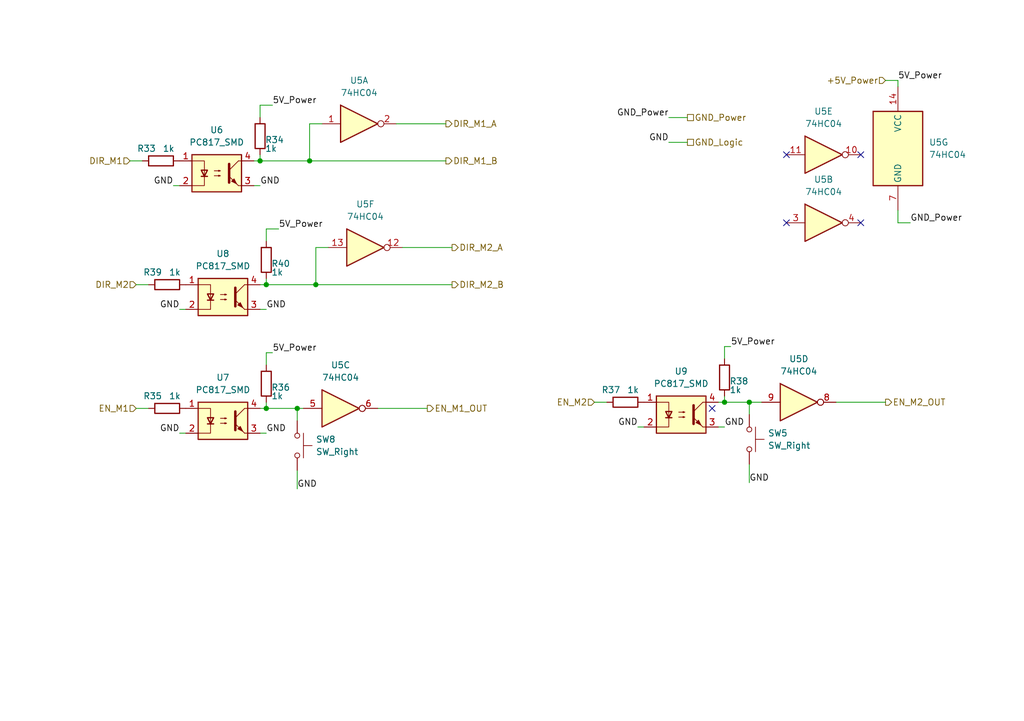
<source format=kicad_sch>
(kicad_sch (version 20231120) (generator "eeschema") (generator_version "8.0")
  (paper "A5")
  (title_block (title "RTC") (date "2024-08-29") (rev "1.0") (company "Designed by CREPP-NLG"))
  (lib_symbols
    (symbol "74xx:74HC04"
      (property "Reference" "U" (at 0 1.27 0))
      (property "Value" "74HC04" (at 0 -1.27 0))
      (symbol "74HC04_1_0"
        (polyline (pts (xy -3.81 3.81) (xy -3.81 -3.81) (xy 3.81 0) (xy -3.81 3.81)) (stroke (width 0.254)) (fill (type background)))
        (pin input line (at -7.62 0 0) (length 3.81) (name "~") (number "1"))
        (pin output inverted (at 7.62 0 180) (length 3.81) (name "~") (number "2"))
      )
      (symbol "74HC04_2_0"
        (polyline (pts (xy -3.81 3.81) (xy -3.81 -3.81) (xy 3.81 0) (xy -3.81 3.81)) (stroke (width 0.254)) (fill (type background)))
        (pin input line (at -7.62 0 0) (length 3.81) (name "~") (number "3"))
        (pin output inverted (at 7.62 0 180) (length 3.81) (name "~") (number "4"))
      )
      (symbol "74HC04_3_0"
        (polyline (pts (xy -3.81 3.81) (xy -3.81 -3.81) (xy 3.81 0) (xy -3.81 3.81)) (stroke (width 0.254)) (fill (type background)))
        (pin input line (at -7.62 0 0) (length 3.81) (name "~") (number "5"))
        (pin output inverted (at 7.62 0 180) (length 3.81) (name "~") (number "6"))
      )
      (symbol "74HC04_4_0"
        (polyline (pts (xy -3.81 3.81) (xy -3.81 -3.81) (xy 3.81 0) (xy -3.81 3.81)) (stroke (width 0.254)) (fill (type background)))
        (pin output inverted (at 7.62 0 180) (length 3.81) (name "~") (number "8"))
        (pin input line (at -7.62 0 0) (length 3.81) (name "~") (number "9"))
      )
      (symbol "74HC04_5_0"
        (polyline (pts (xy -3.81 3.81) (xy -3.81 -3.81) (xy 3.81 0) (xy -3.81 3.81)) (stroke (width 0.254)) (fill (type background)))
        (pin output inverted (at 7.62 0 180) (length 3.81) (name "~") (number "10"))
        (pin input line (at -7.62 0 0) (length 3.81) (name "~") (number "11"))
      )
      (symbol "74HC04_6_0"
        (polyline (pts (xy -3.81 3.81) (xy -3.81 -3.81) (xy 3.81 0) (xy -3.81 3.81)) (stroke (width 0.254)) (fill (type background)))
        (pin output inverted (at 7.62 0 180) (length 3.81) (name "~") (number "12"))
        (pin input line (at -7.62 0 0) (length 3.81) (name "~") (number "13"))
      )
      (symbol "74HC04_7_0"
        (pin power_in line (at 0 12.7 270) (length 5.08) (name "VCC") (number "14"))
        (pin power_in line (at 0 -12.7 90) (length 5.08) (name "GND") (number "7"))
      )
      (symbol "74HC04_7_1"
        (rectangle (start -5.08 7.62) (end 5.08 -7.62) (stroke (width 0.254)) (fill (type background)))
      )
    )
    (symbol "CREPP_Optocoupler:PC817_SMD" (pin_names (offset 1.016))
      (property "Reference" "U" (at -5.08 5.08 0))
      (property "Value" "PC817_SMD" (at 0 5.08 0))
      (symbol "PC817_SMD_0_1"
        (rectangle (start -5.08 3.81) (end 5.08 -3.81) (stroke (width 0.254)) (fill (type background)))
        (polyline (pts (xy -3.175 -0.635) (xy -1.905 -0.635)) (stroke (width 0.254)))
        (polyline (pts (xy 2.54 0.635) (xy 4.445 2.54)))
        (polyline (pts (xy 4.445 -2.54) (xy 2.54 -0.635)) (fill (type outline)))
        (polyline (pts (xy 4.445 -2.54) (xy 5.08 -2.54)))
        (polyline (pts (xy 4.445 2.54) (xy 5.08 2.54)))
        (polyline (pts (xy -5.08 2.54) (xy -2.54 2.54) (xy -2.54 -0.635)))
        (polyline (pts (xy -2.54 -0.635) (xy -2.54 -2.54) (xy -5.08 -2.54)))
        (polyline (pts (xy 2.54 1.905) (xy 2.54 -1.905) (xy 2.54 -1.905)) (stroke (width 0.508)))
        (polyline (pts (xy -2.54 -0.635) (xy -3.175 0.635) (xy -1.905 0.635) (xy -2.54 -0.635)) (stroke (width 0.254)))
        (polyline (pts (xy -0.508 -0.508) (xy 0.762 -0.508) (xy 0.381 -0.635) (xy 0.381 -0.381) (xy 0.762 -0.508)))
        (polyline (pts (xy -0.508 0.508) (xy 0.762 0.508) (xy 0.381 0.381) (xy 0.381 0.635) (xy 0.762 0.508)))
        (polyline (pts (xy 3.048 -1.651) (xy 3.556 -1.143) (xy 4.064 -2.159) (xy 3.048 -1.651) (xy 3.048 -1.651)) (fill (type outline)))
      )
      (symbol "PC817_SMD_1_1"
        (pin passive line (at -7.62 2.54 0) (length 2.54) (name "~") (number "1"))
        (pin passive line (at -7.62 -2.54 0) (length 2.54) (name "~") (number "2"))
        (pin passive line (at 7.62 -2.54 180) (length 2.54) (name "~") (number "3"))
        (pin passive line (at 7.62 2.54 180) (length 2.54) (name "~") (number "4"))
      )
    )
    (symbol "Device:R" (pin_numbers hide) (pin_names (offset 0))
      (property "Reference" "R" (at 2.032 0 90))
      (property "Value" "R" (at 0 0 90))
      (symbol "R_0_1"
        (rectangle (start -1.016 -2.54) (end 1.016 2.54) (stroke (width 0.254)))
      )
      (symbol "R_1_1"
        (pin passive line (at 0 3.81 270) (length 1.27) (name "~") (number "1"))
        (pin passive line (at 0 -3.81 90) (length 1.27) (name "~") (number "2"))
      )
    )
    (symbol "Switch:SW_Push" (pin_numbers hide) (pin_names (offset 1.016) hide)
      (property "Reference" "SW" (at 1.27 2.54 0))
      (property "Value" "SW_Push" (at 0 -1.524 0))
      (symbol "SW_Push_0_1"
        (circle (center -2.032 0) (radius 0.508))
        (polyline (pts (xy 0 1.27) (xy 0 3.048)))
        (polyline (pts (xy 2.54 1.27) (xy -2.54 1.27)))
        (circle (center 2.032 0) (radius 0.508))
        (pin passive line (at -5.08 0 0) (length 2.54) (name "1") (number "1"))
        (pin passive line (at 5.08 0 180) (length 2.54) (name "2") (number "2"))
      )
    )
  )
  (junction (at 53.34 33.02))
  (junction (at 54.61 58.42))
  (junction (at 64.77 58.42))
  (junction (at 54.61 83.82))
  (junction (at 63.5 33.02))
  (junction (at 148.59 82.55))
  (junction (at 153.67 82.55))
  (junction (at 60.96 83.82))
  (no_connect (at 146.05 83.82))
  (no_connect (at 176.53 45.72))
  (no_connect (at 161.29 31.75))
  (no_connect (at 161.29 45.72))
  (no_connect (at 176.53 31.75))
  (wire (pts (xy 53.34 21.59) (xy 53.34 24.13)))
  (wire (pts (xy 148.59 81.28) (xy 148.59 82.55)))
  (wire (pts (xy 60.96 83.82) (xy 62.23 83.82)))
  (wire (pts (xy 64.77 50.8) (xy 64.77 58.42)))
  (wire (pts (xy 184.15 43.18) (xy 184.15 45.72)))
  (wire (pts (xy 54.61 72.39) (xy 54.61 74.93)))
  (wire (pts (xy 147.32 87.63) (xy 148.59 87.63)))
  (wire (pts (xy 27.94 58.42) (xy 30.48 58.42)))
  (wire (pts (xy 54.61 57.15) (xy 54.61 58.42)))
  (wire (pts (xy 148.59 82.55) (xy 153.67 82.55)))
  (wire (pts (xy 53.34 33.02) (xy 63.5 33.02)))
  (wire (pts (xy 53.34 33.02) (xy 52.07 33.02)))
  (wire (pts (xy 26.67 33.02) (xy 29.21 33.02)))
  (wire (pts (xy 148.59 71.12) (xy 148.59 73.66)))
  (wire (pts (xy 27.94 83.82) (xy 30.48 83.82)))
  (wire (pts (xy 54.61 83.82) (xy 60.96 83.82)))
  (wire (pts (xy 63.5 33.02) (xy 91.44 33.02)))
  (wire (pts (xy 82.55 50.8) (xy 92.71 50.8)))
  (wire (pts (xy 130.81 87.63) (xy 132.08 87.63)))
  (wire (pts (xy 181.61 16.51) (xy 184.15 16.51)))
  (wire (pts (xy 148.59 82.55) (xy 147.32 82.55)))
  (wire (pts (xy 57.15 46.99) (xy 54.61 46.99)))
  (wire (pts (xy 36.83 63.5) (xy 38.1 63.5)))
  (wire (pts (xy 54.61 46.99) (xy 54.61 49.53)))
  (wire (pts (xy 64.77 58.42) (xy 92.71 58.42)))
  (wire (pts (xy 153.67 82.55) (xy 156.21 82.55)))
  (wire (pts (xy 184.15 45.72) (xy 186.69 45.72)))
  (wire (pts (xy 67.31 50.8) (xy 64.77 50.8)))
  (wire (pts (xy 35.56 38.1) (xy 36.83 38.1)))
  (wire (pts (xy 54.61 72.39) (xy 55.88 72.39)))
  (wire (pts (xy 81.28 25.4) (xy 91.44 25.4)))
  (wire (pts (xy 55.88 21.59) (xy 53.34 21.59)))
  (wire (pts (xy 148.59 71.12) (xy 149.86 71.12)))
  (wire (pts (xy 77.47 83.82) (xy 87.63 83.82)))
  (wire (pts (xy 53.34 88.9) (xy 54.61 88.9)))
  (wire (pts (xy 153.67 95.25) (xy 153.67 99.06)))
  (wire (pts (xy 53.34 31.75) (xy 53.34 33.02)))
  (wire (pts (xy 171.45 82.55) (xy 181.61 82.55)))
  (wire (pts (xy 121.92 82.55) (xy 124.46 82.55)))
  (wire (pts (xy 184.15 16.51) (xy 184.15 17.78)))
  (wire (pts (xy 54.61 83.82) (xy 53.34 83.82)))
  (wire (pts (xy 137.16 29.21) (xy 140.97 29.21)))
  (wire (pts (xy 36.83 88.9) (xy 38.1 88.9)))
  (wire (pts (xy 54.61 82.55) (xy 54.61 83.82)))
  (wire (pts (xy 60.96 96.52) (xy 60.96 100.33)))
  (wire (pts (xy 54.61 58.42) (xy 64.77 58.42)))
  (wire (pts (xy 53.34 63.5) (xy 54.61 63.5)))
  (wire (pts (xy 66.04 25.4) (xy 63.5 25.4)))
  (wire (pts (xy 54.61 58.42) (xy 53.34 58.42)))
  (wire (pts (xy 153.67 82.55) (xy 153.67 85.09)))
  (wire (pts (xy 137.16 24.13) (xy 140.97 24.13)))
  (wire (pts (xy 60.96 83.82) (xy 60.96 86.36)))
  (wire (pts (xy 52.07 38.1) (xy 53.34 38.1)))
  (wire (pts (xy 63.5 25.4) (xy 63.5 33.02)))
  (label "GND" (at 130.81 87.63 180))
  (label "GND" (at 54.61 88.9 0))
  (label "5V_Power" (at 55.88 72.39 0))
  (label "5V_Power" (at 55.88 21.59 0))
  (label "5V_Power" (at 149.86 71.12 0))
  (label "5V_Power" (at 184.15 16.51 0))
  (label "GND" (at 60.96 100.33 0))
  (label "GND_Power" (at 186.69 45.72 0))
  (label "GND_Power" (at 137.16 24.13 180))
  (label "GND" (at 137.16 29.21 180))
  (label "GND" (at 35.56 38.1 180))
  (label "GND" (at 54.61 63.5 0))
  (label "5V_Power" (at 57.15 46.99 0))
  (label "GND" (at 53.34 38.1 0))
  (label "GND" (at 36.83 88.9 180))
  (label "GND" (at 153.67 99.06 0))
  (label "GND" (at 36.83 63.5 180))
  (label "GND" (at 148.59 87.63 0))
  (hierarchical_label "EN_M2_OUT" (shape output) (at 181.61 82.55 0))
  (hierarchical_label "DIR_M2_A" (shape output) (at 92.71 50.8 0))
  (hierarchical_label "EN_M1" (shape input) (at 27.94 83.82 180))
  (hierarchical_label "EN_M1_OUT" (shape output) (at 87.63 83.82 0))
  (hierarchical_label "DIR_M1_B" (shape output) (at 91.44 33.02 0))
  (hierarchical_label "DIR_M2_B" (shape output) (at 92.71 58.42 0))
  (hierarchical_label "DIR_M2" (shape input) (at 27.94 58.42 180))
  (hierarchical_label "+5V_Power" (shape input) (at 181.61 16.51 180))
  (hierarchical_label "GND_Logic" (shape passive) (at 140.97 29.21 0))
  (hierarchical_label "DIR_M1_A" (shape output) (at 91.44 25.4 0))
  (hierarchical_label "DIR_M1" (shape input) (at 26.67 33.02 180))
  (hierarchical_label "GND_Power" (shape passive) (at 140.97 24.13 0))
  (hierarchical_label "EN_M2" (shape input) (at 121.92 82.55 180))
  (symbol (lib_id "Device:R") (at 54.61 53.34 180) (unit 1)
    (property "Reference" "R40" (at 55.626 54.102 0) (effects (justify right)))
    (property "Value" "1k" (at 55.626 55.88 0) (effects (justify right)))
    (property "Footprint" "Resistor_THT:R_Axial_DIN0207_L6.3mm_D2.5mm_P10.16mm_Horizontal" (effects (hide yes)))
    (property "Description" "Resistor" (effects (hide yes)))
  )
  (symbol (lib_id "Device:R") (at 128.27 82.55 270) (unit 1)
    (property "Reference" "R37" (at 127.254 80.01 90) (effects (justify right)))
    (property "Value" "1k" (at 131.064 80.01 90) (effects (justify right)))
    (property "Footprint" "Resistor_THT:R_Axial_DIN0207_L6.3mm_D2.5mm_P10.16mm_Horizontal" (effects (hide yes)))
    (property "Description" "Resistor" (effects (hide yes)))
  )
  (symbol (lib_id "Device:R") (at 33.02 33.02 270) (unit 1)
    (property "Reference" "R33" (at 32.004 30.48 90) (effects (justify right)))
    (property "Value" "1k" (at 35.814 30.48 90) (effects (justify right)))
    (property "Footprint" "Resistor_THT:R_Axial_DIN0207_L6.3mm_D2.5mm_P10.16mm_Horizontal" (effects (hide yes)))
    (property "Description" "Resistor" (effects (hide yes)))
  )
  (symbol (lib_id "74xx:74HC04") (at 168.91 31.75 0) (unit 5)
    (property "Reference" "U5" (at 168.91 22.86 0))
    (property "Value" "74HC04" (at 168.91 25.4 0))
    (property "Footprint" "Package_DIP:DIP-14_W7.62mm_Socket" (effects (hide yes)))
    (property "Datasheet" "https://assets.nexperia.com/documents/data-sheet/74HC_HCT04.pdf" (effects (hide yes)))
    (property "Description" "Hex Inverter" (effects (hide yes)))
  )
  (symbol (lib_id "Switch:SW_Push") (at 153.67 90.17 270) (unit 1)
    (property "Reference" "SW5" (at 157.48 88.8999 90) (effects (justify left)))
    (property "Value" "SW_Right" (at 157.48 91.4399 90) (effects (justify left)))
    (property "Footprint" "Button_Switch_THT:SW_PUSH_6mm" (effects (hide yes)))
    (property "Description" "Push button switch, generic, two pins" (effects (hide yes)))
  )
  (symbol (lib_id "Device:R") (at 34.29 58.42 270) (unit 1)
    (property "Reference" "R39" (at 33.274 55.88 90) (effects (justify right)))
    (property "Value" "1k" (at 37.084 55.88 90) (effects (justify right)))
    (property "Footprint" "Resistor_THT:R_Axial_DIN0207_L6.3mm_D2.5mm_P10.16mm_Horizontal" (effects (hide yes)))
    (property "Description" "Resistor" (effects (hide yes)))
  )
  (symbol (lib_id "Switch:SW_Push") (at 60.96 91.44 270) (unit 1)
    (property "Reference" "SW8" (at 64.77 90.1699 90) (effects (justify left)))
    (property "Value" "SW_Right" (at 64.77 92.7099 90) (effects (justify left)))
    (property "Footprint" "Button_Switch_THT:SW_PUSH_6mm" (effects (hide yes)))
    (property "Description" "Push button switch, generic, two pins" (effects (hide yes)))
  )
  (symbol (lib_id "Device:R") (at 54.61 78.74 180) (unit 1)
    (property "Reference" "R36" (at 55.626 79.502 0) (effects (justify right)))
    (property "Value" "1k" (at 55.626 81.28 0) (effects (justify right)))
    (property "Footprint" "Resistor_THT:R_Axial_DIN0207_L6.3mm_D2.5mm_P10.16mm_Horizontal" (effects (hide yes)))
    (property "Description" "Resistor" (effects (hide yes)))
  )
  (symbol (lib_id "74xx:74HC04") (at 74.93 50.8 0) (unit 6)
    (property "Reference" "U5" (at 74.93 41.91 0))
    (property "Value" "74HC04" (at 74.93 44.45 0))
    (property "Footprint" "Package_DIP:DIP-14_W7.62mm_Socket" (effects (hide yes)))
    (property "Datasheet" "https://assets.nexperia.com/documents/data-sheet/74HC_HCT04.pdf" (effects (hide yes)))
    (property "Description" "Hex Inverter" (effects (hide yes)))
  )
  (symbol (lib_id "Device:R") (at 34.29 83.82 270) (unit 1)
    (property "Reference" "R35" (at 33.274 81.28 90) (effects (justify right)))
    (property "Value" "1k" (at 37.084 81.28 90) (effects (justify right)))
    (property "Footprint" "Resistor_THT:R_Axial_DIN0207_L6.3mm_D2.5mm_P10.16mm_Horizontal" (effects (hide yes)))
    (property "Description" "Resistor" (effects (hide yes)))
  )
  (symbol (lib_id "74xx:74HC04") (at 69.85 83.82 0) (unit 3)
    (property "Reference" "U5" (at 69.85 74.93 0))
    (property "Value" "74HC04" (at 69.85 77.47 0))
    (property "Footprint" "Package_DIP:DIP-14_W7.62mm_Socket" (effects (hide yes)))
    (property "Datasheet" "https://assets.nexperia.com/documents/data-sheet/74HC_HCT04.pdf" (effects (hide yes)))
    (property "Description" "Hex Inverter" (effects (hide yes)))
  )
  (symbol (lib_id "CREPP_Optocoupler:PC817_SMD") (at 44.45 35.56 0) (unit 1)
    (property "Reference" "U6" (at 44.45 26.67 0))
    (property "Value" "PC817_SMD" (at 44.45 29.21 0))
    (property "Footprint" "Package_DIP:SMDIP-4_W9.53mm" (effects (hide yes)))
    (property "Datasheet" "http://www.soselectronic.cz/a_info/resource/d/pc817.pdf" (effects (hide yes)))
    (property "Description" "DC Optocoupler, Vce 35V, CTR 50-300%, SMDIP-4" (effects (hide yes)))
  )
  (symbol (lib_id "Device:R") (at 148.59 77.47 180) (unit 1)
    (property "Reference" "R38" (at 149.606 78.232 0) (effects (justify right)))
    (property "Value" "1k" (at 149.606 80.01 0) (effects (justify right)))
    (property "Footprint" "Resistor_THT:R_Axial_DIN0207_L6.3mm_D2.5mm_P10.16mm_Horizontal" (effects (hide yes)))
    (property "Description" "Resistor" (effects (hide yes)))
  )
  (symbol (lib_id "74xx:74HC04") (at 168.91 45.72 0) (unit 2)
    (property "Reference" "U5" (at 168.91 36.83 0))
    (property "Value" "74HC04" (at 168.91 39.37 0))
    (property "Footprint" "Package_DIP:DIP-14_W7.62mm_Socket" (effects (hide yes)))
    (property "Datasheet" "https://assets.nexperia.com/documents/data-sheet/74HC_HCT04.pdf" (effects (hide yes)))
    (property "Description" "Hex Inverter" (effects (hide yes)))
  )
  (symbol (lib_id "CREPP_Optocoupler:PC817_SMD") (at 45.72 60.96 0) (unit 1)
    (property "Reference" "U8" (at 45.72 52.07 0))
    (property "Value" "PC817_SMD" (at 45.72 54.61 0))
    (property "Footprint" "Package_DIP:SMDIP-4_W9.53mm" (effects (hide yes)))
    (property "Datasheet" "http://www.soselectronic.cz/a_info/resource/d/pc817.pdf" (effects (hide yes)))
    (property "Description" "DC Optocoupler, Vce 35V, CTR 50-300%, SMDIP-4" (effects (hide yes)))
  )
  (symbol (lib_id "74xx:74HC04") (at 73.66 25.4 0) (unit 1)
    (property "Reference" "U5" (at 73.66 16.51 0))
    (property "Value" "74HC04" (at 73.66 19.05 0))
    (property "Footprint" "Package_DIP:DIP-14_W7.62mm_Socket" (effects (hide yes)))
    (property "Datasheet" "https://assets.nexperia.com/documents/data-sheet/74HC_HCT04.pdf" (effects (hide yes)))
    (property "Description" "Hex Inverter" (effects (hide yes)))
  )
  (symbol (lib_id "CREPP_Optocoupler:PC817_SMD") (at 45.72 86.36 0) (unit 1)
    (property "Reference" "U7" (at 45.72 77.47 0))
    (property "Value" "PC817_SMD" (at 45.72 80.01 0))
    (property "Footprint" "Package_DIP:SMDIP-4_W9.53mm" (effects (hide yes)))
    (property "Datasheet" "http://www.soselectronic.cz/a_info/resource/d/pc817.pdf" (effects (hide yes)))
    (property "Description" "DC Optocoupler, Vce 35V, CTR 50-300%, SMDIP-4" (effects (hide yes)))
  )
  (symbol (lib_id "CREPP_Optocoupler:PC817_SMD") (at 139.7 85.09 0) (unit 1)
    (property "Reference" "U9" (at 139.7 76.2 0))
    (property "Value" "PC817_SMD" (at 139.7 78.74 0))
    (property "Footprint" "Package_DIP:SMDIP-4_W9.53mm" (effects (hide yes)))
    (property "Datasheet" "http://www.soselectronic.cz/a_info/resource/d/pc817.pdf" (effects (hide yes)))
    (property "Description" "DC Optocoupler, Vce 35V, CTR 50-300%, SMDIP-4" (effects (hide yes)))
  )
  (symbol (lib_id "74xx:74HC04") (at 163.83 82.55 0) (unit 4)
    (property "Reference" "U5" (at 163.83 73.66 0))
    (property "Value" "74HC04" (at 163.83 76.2 0))
    (property "Footprint" "Package_DIP:DIP-14_W7.62mm_Socket" (effects (hide yes)))
    (property "Datasheet" "https://assets.nexperia.com/documents/data-sheet/74HC_HCT04.pdf" (effects (hide yes)))
    (property "Description" "Hex Inverter" (effects (hide yes)))
  )
  (symbol (lib_id "Device:R") (at 53.34 27.94 180) (unit 1)
    (property "Reference" "R34" (at 54.356 28.702 0) (effects (justify right)))
    (property "Value" "1k" (at 54.356 30.48 0) (effects (justify right)))
    (property "Footprint" "Resistor_THT:R_Axial_DIN0207_L6.3mm_D2.5mm_P10.16mm_Horizontal" (effects (hide yes)))
    (property "Description" "Resistor" (effects (hide yes)))
  )
  (symbol (lib_id "74xx:74HC04") (at 184.15 30.48 0) (unit 7)
    (property "Reference" "U5" (at 190.5 29.2099 0) (effects (justify left)))
    (property "Value" "74HC04" (at 190.5 31.7499 0) (effects (justify left)))
    (property "Footprint" "Package_DIP:DIP-14_W7.62mm_Socket" (effects (hide yes)))
    (property "Datasheet" "https://assets.nexperia.com/documents/data-sheet/74HC_HCT04.pdf" (effects (hide yes)))
    (property "Description" "Hex Inverter" (effects (hide yes)))
  )
)
</source>
